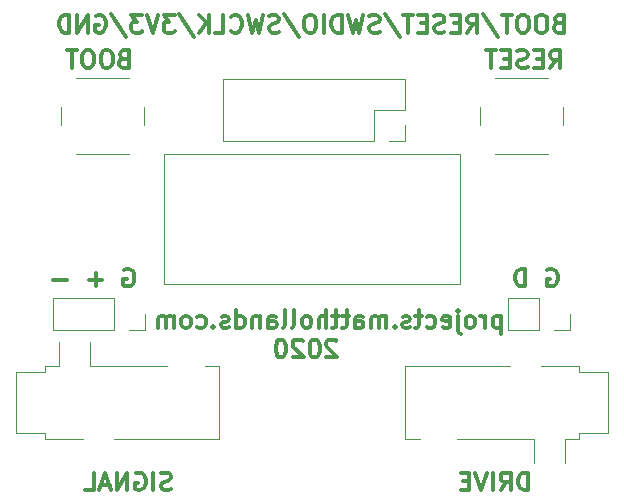
<source format=gbr>
G04 #@! TF.GenerationSoftware,KiCad,Pcbnew,(5.1.5-0-10_14)*
G04 #@! TF.CreationDate,2020-08-02T20:19:12-07:00*
G04 #@! TF.ProjectId,Programmer_Board,50726f67-7261-46d6-9d65-725f426f6172,rev?*
G04 #@! TF.SameCoordinates,Original*
G04 #@! TF.FileFunction,Legend,Bot*
G04 #@! TF.FilePolarity,Positive*
%FSLAX46Y46*%
G04 Gerber Fmt 4.6, Leading zero omitted, Abs format (unit mm)*
G04 Created by KiCad (PCBNEW (5.1.5-0-10_14)) date 2020-08-02 20:19:12*
%MOMM*%
%LPD*%
G04 APERTURE LIST*
%ADD10C,0.300000*%
%ADD11C,0.050000*%
%ADD12C,0.120000*%
G04 APERTURE END LIST*
D10*
X126571428Y-82821428D02*
X126500000Y-82750000D01*
X126357142Y-82678571D01*
X126000000Y-82678571D01*
X125857142Y-82750000D01*
X125785714Y-82821428D01*
X125714285Y-82964285D01*
X125714285Y-83107142D01*
X125785714Y-83321428D01*
X126642857Y-84178571D01*
X125714285Y-84178571D01*
X124785714Y-82678571D02*
X124642857Y-82678571D01*
X124500000Y-82750000D01*
X124428571Y-82821428D01*
X124357142Y-82964285D01*
X124285714Y-83250000D01*
X124285714Y-83607142D01*
X124357142Y-83892857D01*
X124428571Y-84035714D01*
X124500000Y-84107142D01*
X124642857Y-84178571D01*
X124785714Y-84178571D01*
X124928571Y-84107142D01*
X125000000Y-84035714D01*
X125071428Y-83892857D01*
X125142857Y-83607142D01*
X125142857Y-83250000D01*
X125071428Y-82964285D01*
X125000000Y-82821428D01*
X124928571Y-82750000D01*
X124785714Y-82678571D01*
X123714285Y-82821428D02*
X123642857Y-82750000D01*
X123500000Y-82678571D01*
X123142857Y-82678571D01*
X123000000Y-82750000D01*
X122928571Y-82821428D01*
X122857142Y-82964285D01*
X122857142Y-83107142D01*
X122928571Y-83321428D01*
X123785714Y-84178571D01*
X122857142Y-84178571D01*
X121928571Y-82678571D02*
X121785714Y-82678571D01*
X121642857Y-82750000D01*
X121571428Y-82821428D01*
X121500000Y-82964285D01*
X121428571Y-83250000D01*
X121428571Y-83607142D01*
X121500000Y-83892857D01*
X121571428Y-84035714D01*
X121642857Y-84107142D01*
X121785714Y-84178571D01*
X121928571Y-84178571D01*
X122071428Y-84107142D01*
X122142857Y-84035714D01*
X122214285Y-83892857D01*
X122285714Y-83607142D01*
X122285714Y-83250000D01*
X122214285Y-82964285D01*
X122142857Y-82821428D01*
X122071428Y-82750000D01*
X121928571Y-82678571D01*
X140500000Y-80678571D02*
X140500000Y-82178571D01*
X140500000Y-80750000D02*
X140357142Y-80678571D01*
X140071428Y-80678571D01*
X139928571Y-80750000D01*
X139857142Y-80821428D01*
X139785714Y-80964285D01*
X139785714Y-81392857D01*
X139857142Y-81535714D01*
X139928571Y-81607142D01*
X140071428Y-81678571D01*
X140357142Y-81678571D01*
X140500000Y-81607142D01*
X139142857Y-81678571D02*
X139142857Y-80678571D01*
X139142857Y-80964285D02*
X139071428Y-80821428D01*
X139000000Y-80750000D01*
X138857142Y-80678571D01*
X138714285Y-80678571D01*
X138000000Y-81678571D02*
X138142857Y-81607142D01*
X138214285Y-81535714D01*
X138285714Y-81392857D01*
X138285714Y-80964285D01*
X138214285Y-80821428D01*
X138142857Y-80750000D01*
X138000000Y-80678571D01*
X137785714Y-80678571D01*
X137642857Y-80750000D01*
X137571428Y-80821428D01*
X137500000Y-80964285D01*
X137500000Y-81392857D01*
X137571428Y-81535714D01*
X137642857Y-81607142D01*
X137785714Y-81678571D01*
X138000000Y-81678571D01*
X136857142Y-80678571D02*
X136857142Y-81964285D01*
X136928571Y-82107142D01*
X137071428Y-82178571D01*
X137142857Y-82178571D01*
X136857142Y-80178571D02*
X136928571Y-80250000D01*
X136857142Y-80321428D01*
X136785714Y-80250000D01*
X136857142Y-80178571D01*
X136857142Y-80321428D01*
X135571428Y-81607142D02*
X135714285Y-81678571D01*
X136000000Y-81678571D01*
X136142857Y-81607142D01*
X136214285Y-81464285D01*
X136214285Y-80892857D01*
X136142857Y-80750000D01*
X136000000Y-80678571D01*
X135714285Y-80678571D01*
X135571428Y-80750000D01*
X135500000Y-80892857D01*
X135500000Y-81035714D01*
X136214285Y-81178571D01*
X134214285Y-81607142D02*
X134357142Y-81678571D01*
X134642857Y-81678571D01*
X134785714Y-81607142D01*
X134857142Y-81535714D01*
X134928571Y-81392857D01*
X134928571Y-80964285D01*
X134857142Y-80821428D01*
X134785714Y-80750000D01*
X134642857Y-80678571D01*
X134357142Y-80678571D01*
X134214285Y-80750000D01*
X133785714Y-80678571D02*
X133214285Y-80678571D01*
X133571428Y-80178571D02*
X133571428Y-81464285D01*
X133500000Y-81607142D01*
X133357142Y-81678571D01*
X133214285Y-81678571D01*
X132785714Y-81607142D02*
X132642857Y-81678571D01*
X132357142Y-81678571D01*
X132214285Y-81607142D01*
X132142857Y-81464285D01*
X132142857Y-81392857D01*
X132214285Y-81250000D01*
X132357142Y-81178571D01*
X132571428Y-81178571D01*
X132714285Y-81107142D01*
X132785714Y-80964285D01*
X132785714Y-80892857D01*
X132714285Y-80750000D01*
X132571428Y-80678571D01*
X132357142Y-80678571D01*
X132214285Y-80750000D01*
X131500000Y-81535714D02*
X131428571Y-81607142D01*
X131500000Y-81678571D01*
X131571428Y-81607142D01*
X131500000Y-81535714D01*
X131500000Y-81678571D01*
X130785714Y-81678571D02*
X130785714Y-80678571D01*
X130785714Y-80821428D02*
X130714285Y-80750000D01*
X130571428Y-80678571D01*
X130357142Y-80678571D01*
X130214285Y-80750000D01*
X130142857Y-80892857D01*
X130142857Y-81678571D01*
X130142857Y-80892857D02*
X130071428Y-80750000D01*
X129928571Y-80678571D01*
X129714285Y-80678571D01*
X129571428Y-80750000D01*
X129500000Y-80892857D01*
X129500000Y-81678571D01*
X128142857Y-81678571D02*
X128142857Y-80892857D01*
X128214285Y-80750000D01*
X128357142Y-80678571D01*
X128642857Y-80678571D01*
X128785714Y-80750000D01*
X128142857Y-81607142D02*
X128285714Y-81678571D01*
X128642857Y-81678571D01*
X128785714Y-81607142D01*
X128857142Y-81464285D01*
X128857142Y-81321428D01*
X128785714Y-81178571D01*
X128642857Y-81107142D01*
X128285714Y-81107142D01*
X128142857Y-81035714D01*
X127642857Y-80678571D02*
X127071428Y-80678571D01*
X127428571Y-80178571D02*
X127428571Y-81464285D01*
X127357142Y-81607142D01*
X127214285Y-81678571D01*
X127071428Y-81678571D01*
X126785714Y-80678571D02*
X126214285Y-80678571D01*
X126571428Y-80178571D02*
X126571428Y-81464285D01*
X126500000Y-81607142D01*
X126357142Y-81678571D01*
X126214285Y-81678571D01*
X125714285Y-81678571D02*
X125714285Y-80178571D01*
X125071428Y-81678571D02*
X125071428Y-80892857D01*
X125142857Y-80750000D01*
X125285714Y-80678571D01*
X125500000Y-80678571D01*
X125642857Y-80750000D01*
X125714285Y-80821428D01*
X124142857Y-81678571D02*
X124285714Y-81607142D01*
X124357142Y-81535714D01*
X124428571Y-81392857D01*
X124428571Y-80964285D01*
X124357142Y-80821428D01*
X124285714Y-80750000D01*
X124142857Y-80678571D01*
X123928571Y-80678571D01*
X123785714Y-80750000D01*
X123714285Y-80821428D01*
X123642857Y-80964285D01*
X123642857Y-81392857D01*
X123714285Y-81535714D01*
X123785714Y-81607142D01*
X123928571Y-81678571D01*
X124142857Y-81678571D01*
X122785714Y-81678571D02*
X122928571Y-81607142D01*
X123000000Y-81464285D01*
X123000000Y-80178571D01*
X122000000Y-81678571D02*
X122142857Y-81607142D01*
X122214285Y-81464285D01*
X122214285Y-80178571D01*
X120785714Y-81678571D02*
X120785714Y-80892857D01*
X120857142Y-80750000D01*
X121000000Y-80678571D01*
X121285714Y-80678571D01*
X121428571Y-80750000D01*
X120785714Y-81607142D02*
X120928571Y-81678571D01*
X121285714Y-81678571D01*
X121428571Y-81607142D01*
X121500000Y-81464285D01*
X121500000Y-81321428D01*
X121428571Y-81178571D01*
X121285714Y-81107142D01*
X120928571Y-81107142D01*
X120785714Y-81035714D01*
X120071428Y-80678571D02*
X120071428Y-81678571D01*
X120071428Y-80821428D02*
X120000000Y-80750000D01*
X119857142Y-80678571D01*
X119642857Y-80678571D01*
X119500000Y-80750000D01*
X119428571Y-80892857D01*
X119428571Y-81678571D01*
X118071428Y-81678571D02*
X118071428Y-80178571D01*
X118071428Y-81607142D02*
X118214285Y-81678571D01*
X118500000Y-81678571D01*
X118642857Y-81607142D01*
X118714285Y-81535714D01*
X118785714Y-81392857D01*
X118785714Y-80964285D01*
X118714285Y-80821428D01*
X118642857Y-80750000D01*
X118500000Y-80678571D01*
X118214285Y-80678571D01*
X118071428Y-80750000D01*
X117428571Y-81607142D02*
X117285714Y-81678571D01*
X117000000Y-81678571D01*
X116857142Y-81607142D01*
X116785714Y-81464285D01*
X116785714Y-81392857D01*
X116857142Y-81250000D01*
X117000000Y-81178571D01*
X117214285Y-81178571D01*
X117357142Y-81107142D01*
X117428571Y-80964285D01*
X117428571Y-80892857D01*
X117357142Y-80750000D01*
X117214285Y-80678571D01*
X117000000Y-80678571D01*
X116857142Y-80750000D01*
X116142857Y-81535714D02*
X116071428Y-81607142D01*
X116142857Y-81678571D01*
X116214285Y-81607142D01*
X116142857Y-81535714D01*
X116142857Y-81678571D01*
X114785714Y-81607142D02*
X114928571Y-81678571D01*
X115214285Y-81678571D01*
X115357142Y-81607142D01*
X115428571Y-81535714D01*
X115500000Y-81392857D01*
X115500000Y-80964285D01*
X115428571Y-80821428D01*
X115357142Y-80750000D01*
X115214285Y-80678571D01*
X114928571Y-80678571D01*
X114785714Y-80750000D01*
X113928571Y-81678571D02*
X114071428Y-81607142D01*
X114142857Y-81535714D01*
X114214285Y-81392857D01*
X114214285Y-80964285D01*
X114142857Y-80821428D01*
X114071428Y-80750000D01*
X113928571Y-80678571D01*
X113714285Y-80678571D01*
X113571428Y-80750000D01*
X113500000Y-80821428D01*
X113428571Y-80964285D01*
X113428571Y-81392857D01*
X113500000Y-81535714D01*
X113571428Y-81607142D01*
X113714285Y-81678571D01*
X113928571Y-81678571D01*
X112785714Y-81678571D02*
X112785714Y-80678571D01*
X112785714Y-80821428D02*
X112714285Y-80750000D01*
X112571428Y-80678571D01*
X112357142Y-80678571D01*
X112214285Y-80750000D01*
X112142857Y-80892857D01*
X112142857Y-81678571D01*
X112142857Y-80892857D02*
X112071428Y-80750000D01*
X111928571Y-80678571D01*
X111714285Y-80678571D01*
X111571428Y-80750000D01*
X111500000Y-80892857D01*
X111500000Y-81678571D01*
X112571428Y-95357142D02*
X112357142Y-95428571D01*
X112000000Y-95428571D01*
X111857142Y-95357142D01*
X111785714Y-95285714D01*
X111714285Y-95142857D01*
X111714285Y-95000000D01*
X111785714Y-94857142D01*
X111857142Y-94785714D01*
X112000000Y-94714285D01*
X112285714Y-94642857D01*
X112428571Y-94571428D01*
X112500000Y-94500000D01*
X112571428Y-94357142D01*
X112571428Y-94214285D01*
X112500000Y-94071428D01*
X112428571Y-94000000D01*
X112285714Y-93928571D01*
X111928571Y-93928571D01*
X111714285Y-94000000D01*
X111071428Y-95428571D02*
X111071428Y-93928571D01*
X109571428Y-94000000D02*
X109714285Y-93928571D01*
X109928571Y-93928571D01*
X110142857Y-94000000D01*
X110285714Y-94142857D01*
X110357142Y-94285714D01*
X110428571Y-94571428D01*
X110428571Y-94785714D01*
X110357142Y-95071428D01*
X110285714Y-95214285D01*
X110142857Y-95357142D01*
X109928571Y-95428571D01*
X109785714Y-95428571D01*
X109571428Y-95357142D01*
X109500000Y-95285714D01*
X109500000Y-94785714D01*
X109785714Y-94785714D01*
X108857142Y-95428571D02*
X108857142Y-93928571D01*
X108000000Y-95428571D01*
X108000000Y-93928571D01*
X107357142Y-95000000D02*
X106642857Y-95000000D01*
X107500000Y-95428571D02*
X107000000Y-93928571D01*
X106500000Y-95428571D01*
X105285714Y-95428571D02*
X106000000Y-95428571D01*
X106000000Y-93928571D01*
X142821428Y-95428571D02*
X142821428Y-93928571D01*
X142464285Y-93928571D01*
X142250000Y-94000000D01*
X142107142Y-94142857D01*
X142035714Y-94285714D01*
X141964285Y-94571428D01*
X141964285Y-94785714D01*
X142035714Y-95071428D01*
X142107142Y-95214285D01*
X142250000Y-95357142D01*
X142464285Y-95428571D01*
X142821428Y-95428571D01*
X140464285Y-95428571D02*
X140964285Y-94714285D01*
X141321428Y-95428571D02*
X141321428Y-93928571D01*
X140750000Y-93928571D01*
X140607142Y-94000000D01*
X140535714Y-94071428D01*
X140464285Y-94214285D01*
X140464285Y-94428571D01*
X140535714Y-94571428D01*
X140607142Y-94642857D01*
X140750000Y-94714285D01*
X141321428Y-94714285D01*
X139821428Y-95428571D02*
X139821428Y-93928571D01*
X139321428Y-93928571D02*
X138821428Y-95428571D01*
X138321428Y-93928571D01*
X137821428Y-94642857D02*
X137321428Y-94642857D01*
X137107142Y-95428571D02*
X137821428Y-95428571D01*
X137821428Y-93928571D01*
X137107142Y-93928571D01*
D11*
X112000000Y-67000000D02*
X112000000Y-78000000D01*
X112000000Y-78000000D02*
X137000000Y-78000000D01*
X137000000Y-78000000D02*
X137000000Y-67000000D01*
X137000000Y-67000000D02*
X112000000Y-67000000D01*
D10*
X144428571Y-76750000D02*
X144571428Y-76678571D01*
X144785714Y-76678571D01*
X145000000Y-76750000D01*
X145142857Y-76892857D01*
X145214285Y-77035714D01*
X145285714Y-77321428D01*
X145285714Y-77535714D01*
X145214285Y-77821428D01*
X145142857Y-77964285D01*
X145000000Y-78107142D01*
X144785714Y-78178571D01*
X144642857Y-78178571D01*
X144428571Y-78107142D01*
X144357142Y-78035714D01*
X144357142Y-77535714D01*
X144642857Y-77535714D01*
X142571428Y-78178571D02*
X142571428Y-76678571D01*
X142214285Y-76678571D01*
X142000000Y-76750000D01*
X141857142Y-76892857D01*
X141785714Y-77035714D01*
X141714285Y-77321428D01*
X141714285Y-77535714D01*
X141785714Y-77821428D01*
X141857142Y-77964285D01*
X142000000Y-78107142D01*
X142214285Y-78178571D01*
X142571428Y-78178571D01*
X108607142Y-76750000D02*
X108750000Y-76678571D01*
X108964285Y-76678571D01*
X109178571Y-76750000D01*
X109321428Y-76892857D01*
X109392857Y-77035714D01*
X109464285Y-77321428D01*
X109464285Y-77535714D01*
X109392857Y-77821428D01*
X109321428Y-77964285D01*
X109178571Y-78107142D01*
X108964285Y-78178571D01*
X108821428Y-78178571D01*
X108607142Y-78107142D01*
X108535714Y-78035714D01*
X108535714Y-77535714D01*
X108821428Y-77535714D01*
X106750000Y-77607142D02*
X105607142Y-77607142D01*
X106178571Y-78178571D02*
X106178571Y-77035714D01*
X103750000Y-77607142D02*
X102607142Y-77607142D01*
X145357142Y-55892857D02*
X145142857Y-55964285D01*
X145071428Y-56035714D01*
X145000000Y-56178571D01*
X145000000Y-56392857D01*
X145071428Y-56535714D01*
X145142857Y-56607142D01*
X145285714Y-56678571D01*
X145857142Y-56678571D01*
X145857142Y-55178571D01*
X145357142Y-55178571D01*
X145214285Y-55250000D01*
X145142857Y-55321428D01*
X145071428Y-55464285D01*
X145071428Y-55607142D01*
X145142857Y-55750000D01*
X145214285Y-55821428D01*
X145357142Y-55892857D01*
X145857142Y-55892857D01*
X144071428Y-55178571D02*
X143785714Y-55178571D01*
X143642857Y-55250000D01*
X143500000Y-55392857D01*
X143428571Y-55678571D01*
X143428571Y-56178571D01*
X143500000Y-56464285D01*
X143642857Y-56607142D01*
X143785714Y-56678571D01*
X144071428Y-56678571D01*
X144214285Y-56607142D01*
X144357142Y-56464285D01*
X144428571Y-56178571D01*
X144428571Y-55678571D01*
X144357142Y-55392857D01*
X144214285Y-55250000D01*
X144071428Y-55178571D01*
X142500000Y-55178571D02*
X142214285Y-55178571D01*
X142071428Y-55250000D01*
X141928571Y-55392857D01*
X141857142Y-55678571D01*
X141857142Y-56178571D01*
X141928571Y-56464285D01*
X142071428Y-56607142D01*
X142214285Y-56678571D01*
X142500000Y-56678571D01*
X142642857Y-56607142D01*
X142785714Y-56464285D01*
X142857142Y-56178571D01*
X142857142Y-55678571D01*
X142785714Y-55392857D01*
X142642857Y-55250000D01*
X142500000Y-55178571D01*
X141428571Y-55178571D02*
X140571428Y-55178571D01*
X141000000Y-56678571D02*
X141000000Y-55178571D01*
X139000000Y-55107142D02*
X140285714Y-57035714D01*
X137642857Y-56678571D02*
X138142857Y-55964285D01*
X138500000Y-56678571D02*
X138500000Y-55178571D01*
X137928571Y-55178571D01*
X137785714Y-55250000D01*
X137714285Y-55321428D01*
X137642857Y-55464285D01*
X137642857Y-55678571D01*
X137714285Y-55821428D01*
X137785714Y-55892857D01*
X137928571Y-55964285D01*
X138500000Y-55964285D01*
X137000000Y-55892857D02*
X136500000Y-55892857D01*
X136285714Y-56678571D02*
X137000000Y-56678571D01*
X137000000Y-55178571D01*
X136285714Y-55178571D01*
X135714285Y-56607142D02*
X135500000Y-56678571D01*
X135142857Y-56678571D01*
X135000000Y-56607142D01*
X134928571Y-56535714D01*
X134857142Y-56392857D01*
X134857142Y-56250000D01*
X134928571Y-56107142D01*
X135000000Y-56035714D01*
X135142857Y-55964285D01*
X135428571Y-55892857D01*
X135571428Y-55821428D01*
X135642857Y-55750000D01*
X135714285Y-55607142D01*
X135714285Y-55464285D01*
X135642857Y-55321428D01*
X135571428Y-55250000D01*
X135428571Y-55178571D01*
X135071428Y-55178571D01*
X134857142Y-55250000D01*
X134214285Y-55892857D02*
X133714285Y-55892857D01*
X133499999Y-56678571D02*
X134214285Y-56678571D01*
X134214285Y-55178571D01*
X133499999Y-55178571D01*
X133071428Y-55178571D02*
X132214285Y-55178571D01*
X132642857Y-56678571D02*
X132642857Y-55178571D01*
X130642857Y-55107142D02*
X131928571Y-57035714D01*
X130214285Y-56607142D02*
X129999999Y-56678571D01*
X129642857Y-56678571D01*
X129499999Y-56607142D01*
X129428571Y-56535714D01*
X129357142Y-56392857D01*
X129357142Y-56250000D01*
X129428571Y-56107142D01*
X129499999Y-56035714D01*
X129642857Y-55964285D01*
X129928571Y-55892857D01*
X130071428Y-55821428D01*
X130142857Y-55750000D01*
X130214285Y-55607142D01*
X130214285Y-55464285D01*
X130142857Y-55321428D01*
X130071428Y-55250000D01*
X129928571Y-55178571D01*
X129571428Y-55178571D01*
X129357142Y-55250000D01*
X128857142Y-55178571D02*
X128499999Y-56678571D01*
X128214285Y-55607142D01*
X127928571Y-56678571D01*
X127571428Y-55178571D01*
X126999999Y-56678571D02*
X126999999Y-55178571D01*
X126642857Y-55178571D01*
X126428571Y-55250000D01*
X126285714Y-55392857D01*
X126214285Y-55535714D01*
X126142857Y-55821428D01*
X126142857Y-56035714D01*
X126214285Y-56321428D01*
X126285714Y-56464285D01*
X126428571Y-56607142D01*
X126642857Y-56678571D01*
X126999999Y-56678571D01*
X125499999Y-56678571D02*
X125499999Y-55178571D01*
X124499999Y-55178571D02*
X124214285Y-55178571D01*
X124071428Y-55250000D01*
X123928571Y-55392857D01*
X123857142Y-55678571D01*
X123857142Y-56178571D01*
X123928571Y-56464285D01*
X124071428Y-56607142D01*
X124214285Y-56678571D01*
X124499999Y-56678571D01*
X124642857Y-56607142D01*
X124785714Y-56464285D01*
X124857142Y-56178571D01*
X124857142Y-55678571D01*
X124785714Y-55392857D01*
X124642857Y-55250000D01*
X124499999Y-55178571D01*
X122142857Y-55107142D02*
X123428571Y-57035714D01*
X121714285Y-56607142D02*
X121499999Y-56678571D01*
X121142857Y-56678571D01*
X120999999Y-56607142D01*
X120928571Y-56535714D01*
X120857142Y-56392857D01*
X120857142Y-56250000D01*
X120928571Y-56107142D01*
X120999999Y-56035714D01*
X121142857Y-55964285D01*
X121428571Y-55892857D01*
X121571428Y-55821428D01*
X121642857Y-55750000D01*
X121714285Y-55607142D01*
X121714285Y-55464285D01*
X121642857Y-55321428D01*
X121571428Y-55250000D01*
X121428571Y-55178571D01*
X121071428Y-55178571D01*
X120857142Y-55250000D01*
X120357142Y-55178571D02*
X119999999Y-56678571D01*
X119714285Y-55607142D01*
X119428571Y-56678571D01*
X119071428Y-55178571D01*
X117642857Y-56535714D02*
X117714285Y-56607142D01*
X117928571Y-56678571D01*
X118071428Y-56678571D01*
X118285714Y-56607142D01*
X118428571Y-56464285D01*
X118499999Y-56321428D01*
X118571428Y-56035714D01*
X118571428Y-55821428D01*
X118499999Y-55535714D01*
X118428571Y-55392857D01*
X118285714Y-55250000D01*
X118071428Y-55178571D01*
X117928571Y-55178571D01*
X117714285Y-55250000D01*
X117642857Y-55321428D01*
X116285714Y-56678571D02*
X116999999Y-56678571D01*
X116999999Y-55178571D01*
X115785714Y-56678571D02*
X115785714Y-55178571D01*
X114928571Y-56678571D02*
X115571428Y-55821428D01*
X114928571Y-55178571D02*
X115785714Y-56035714D01*
X113214285Y-55107142D02*
X114499999Y-57035714D01*
X112857142Y-55178571D02*
X111928571Y-55178571D01*
X112428571Y-55750000D01*
X112214285Y-55750000D01*
X112071428Y-55821428D01*
X111999999Y-55892857D01*
X111928571Y-56035714D01*
X111928571Y-56392857D01*
X111999999Y-56535714D01*
X112071428Y-56607142D01*
X112214285Y-56678571D01*
X112642857Y-56678571D01*
X112785714Y-56607142D01*
X112857142Y-56535714D01*
X111499999Y-55178571D02*
X110999999Y-56678571D01*
X110499999Y-55178571D01*
X110142857Y-55178571D02*
X109214285Y-55178571D01*
X109714285Y-55750000D01*
X109499999Y-55750000D01*
X109357142Y-55821428D01*
X109285714Y-55892857D01*
X109214285Y-56035714D01*
X109214285Y-56392857D01*
X109285714Y-56535714D01*
X109357142Y-56607142D01*
X109499999Y-56678571D01*
X109928571Y-56678571D01*
X110071428Y-56607142D01*
X110142857Y-56535714D01*
X107499999Y-55107142D02*
X108785714Y-57035714D01*
X106214285Y-55250000D02*
X106357142Y-55178571D01*
X106571428Y-55178571D01*
X106785714Y-55250000D01*
X106928571Y-55392857D01*
X106999999Y-55535714D01*
X107071428Y-55821428D01*
X107071428Y-56035714D01*
X106999999Y-56321428D01*
X106928571Y-56464285D01*
X106785714Y-56607142D01*
X106571428Y-56678571D01*
X106428571Y-56678571D01*
X106214285Y-56607142D01*
X106142857Y-56535714D01*
X106142857Y-56035714D01*
X106428571Y-56035714D01*
X105499999Y-56678571D02*
X105499999Y-55178571D01*
X104642857Y-56678571D01*
X104642857Y-55178571D01*
X103928571Y-56678571D02*
X103928571Y-55178571D01*
X103571428Y-55178571D01*
X103357142Y-55250000D01*
X103214285Y-55392857D01*
X103142857Y-55535714D01*
X103071428Y-55821428D01*
X103071428Y-56035714D01*
X103142857Y-56321428D01*
X103214285Y-56464285D01*
X103357142Y-56607142D01*
X103571428Y-56678571D01*
X103928571Y-56678571D01*
X108535714Y-58892857D02*
X108321428Y-58964285D01*
X108250000Y-59035714D01*
X108178571Y-59178571D01*
X108178571Y-59392857D01*
X108250000Y-59535714D01*
X108321428Y-59607142D01*
X108464285Y-59678571D01*
X109035714Y-59678571D01*
X109035714Y-58178571D01*
X108535714Y-58178571D01*
X108392857Y-58250000D01*
X108321428Y-58321428D01*
X108250000Y-58464285D01*
X108250000Y-58607142D01*
X108321428Y-58750000D01*
X108392857Y-58821428D01*
X108535714Y-58892857D01*
X109035714Y-58892857D01*
X107250000Y-58178571D02*
X106964285Y-58178571D01*
X106821428Y-58250000D01*
X106678571Y-58392857D01*
X106607142Y-58678571D01*
X106607142Y-59178571D01*
X106678571Y-59464285D01*
X106821428Y-59607142D01*
X106964285Y-59678571D01*
X107250000Y-59678571D01*
X107392857Y-59607142D01*
X107535714Y-59464285D01*
X107607142Y-59178571D01*
X107607142Y-58678571D01*
X107535714Y-58392857D01*
X107392857Y-58250000D01*
X107250000Y-58178571D01*
X105678571Y-58178571D02*
X105392857Y-58178571D01*
X105250000Y-58250000D01*
X105107142Y-58392857D01*
X105035714Y-58678571D01*
X105035714Y-59178571D01*
X105107142Y-59464285D01*
X105250000Y-59607142D01*
X105392857Y-59678571D01*
X105678571Y-59678571D01*
X105821428Y-59607142D01*
X105964285Y-59464285D01*
X106035714Y-59178571D01*
X106035714Y-58678571D01*
X105964285Y-58392857D01*
X105821428Y-58250000D01*
X105678571Y-58178571D01*
X104607142Y-58178571D02*
X103750000Y-58178571D01*
X104178571Y-59678571D02*
X104178571Y-58178571D01*
X144678571Y-59678571D02*
X145178571Y-58964285D01*
X145535714Y-59678571D02*
X145535714Y-58178571D01*
X144964285Y-58178571D01*
X144821428Y-58250000D01*
X144750000Y-58321428D01*
X144678571Y-58464285D01*
X144678571Y-58678571D01*
X144750000Y-58821428D01*
X144821428Y-58892857D01*
X144964285Y-58964285D01*
X145535714Y-58964285D01*
X144035714Y-58892857D02*
X143535714Y-58892857D01*
X143321428Y-59678571D02*
X144035714Y-59678571D01*
X144035714Y-58178571D01*
X143321428Y-58178571D01*
X142750000Y-59607142D02*
X142535714Y-59678571D01*
X142178571Y-59678571D01*
X142035714Y-59607142D01*
X141964285Y-59535714D01*
X141892857Y-59392857D01*
X141892857Y-59250000D01*
X141964285Y-59107142D01*
X142035714Y-59035714D01*
X142178571Y-58964285D01*
X142464285Y-58892857D01*
X142607142Y-58821428D01*
X142678571Y-58750000D01*
X142750000Y-58607142D01*
X142750000Y-58464285D01*
X142678571Y-58321428D01*
X142607142Y-58250000D01*
X142464285Y-58178571D01*
X142107142Y-58178571D01*
X141892857Y-58250000D01*
X141250000Y-58892857D02*
X140750000Y-58892857D01*
X140535714Y-59678571D02*
X141250000Y-59678571D01*
X141250000Y-58178571D01*
X140535714Y-58178571D01*
X140107142Y-58178571D02*
X139250000Y-58178571D01*
X139678571Y-59678571D02*
X139678571Y-58178571D01*
D12*
X132330000Y-65830000D02*
X132330000Y-64500000D01*
X131000000Y-65830000D02*
X132330000Y-65830000D01*
X132330000Y-63230000D02*
X132330000Y-60630000D01*
X129730000Y-63230000D02*
X132330000Y-63230000D01*
X129730000Y-65830000D02*
X129730000Y-63230000D01*
X132330000Y-60630000D02*
X116970000Y-60630000D01*
X129730000Y-65830000D02*
X116970000Y-65830000D01*
X116970000Y-65830000D02*
X116970000Y-60630000D01*
X145750000Y-63000000D02*
X145750000Y-64500000D01*
X144500000Y-67000000D02*
X140000000Y-67000000D01*
X138750000Y-64500000D02*
X138750000Y-63000000D01*
X140000000Y-60500000D02*
X144500000Y-60500000D01*
X110250000Y-63000000D02*
X110250000Y-64500000D01*
X109000000Y-67000000D02*
X104500000Y-67000000D01*
X103250000Y-64500000D02*
X103250000Y-63000000D01*
X104500000Y-60500000D02*
X109000000Y-60500000D01*
X143300000Y-91100000D02*
X143300000Y-93100000D01*
X145900000Y-91100000D02*
X145900000Y-93100000D01*
X136800000Y-91100000D02*
X143300000Y-91100000D01*
X132400000Y-91100000D02*
X133600000Y-91100000D01*
X132400000Y-84900000D02*
X132400000Y-91100000D01*
X141300000Y-84900000D02*
X132400000Y-84900000D01*
X147100000Y-84900000D02*
X143900000Y-84900000D01*
X147100000Y-85400000D02*
X147100000Y-84900000D01*
X149600000Y-85400000D02*
X147100000Y-85400000D01*
X149600000Y-90600000D02*
X149600000Y-85400000D01*
X147100000Y-90600000D02*
X149600000Y-90600000D01*
X147100000Y-91100000D02*
X147100000Y-90600000D01*
X145900000Y-91100000D02*
X147100000Y-91100000D01*
X103100000Y-84900000D02*
X101900000Y-84900000D01*
X101900000Y-84900000D02*
X101900000Y-85400000D01*
X101900000Y-85400000D02*
X99400000Y-85400000D01*
X99400000Y-85400000D02*
X99400000Y-90600000D01*
X99400000Y-90600000D02*
X101900000Y-90600000D01*
X101900000Y-90600000D02*
X101900000Y-91100000D01*
X101900000Y-91100000D02*
X105100000Y-91100000D01*
X107700000Y-91100000D02*
X116600000Y-91100000D01*
X116600000Y-91100000D02*
X116600000Y-84900000D01*
X116600000Y-84900000D02*
X115400000Y-84900000D01*
X112200000Y-84900000D02*
X105700000Y-84900000D01*
X103100000Y-84900000D02*
X103100000Y-82900000D01*
X105700000Y-84900000D02*
X105700000Y-82900000D01*
X102590000Y-81830000D02*
X102590000Y-79170000D01*
X107730000Y-81830000D02*
X102590000Y-81830000D01*
X107730000Y-79170000D02*
X102590000Y-79170000D01*
X107730000Y-81830000D02*
X107730000Y-79170000D01*
X109000000Y-81830000D02*
X110330000Y-81830000D01*
X110330000Y-81830000D02*
X110330000Y-80500000D01*
X141130000Y-81830000D02*
X141130000Y-79170000D01*
X143730000Y-81830000D02*
X141130000Y-81830000D01*
X143730000Y-79170000D02*
X141130000Y-79170000D01*
X143730000Y-81830000D02*
X143730000Y-79170000D01*
X145000000Y-81830000D02*
X146330000Y-81830000D01*
X146330000Y-81830000D02*
X146330000Y-80500000D01*
M02*

</source>
